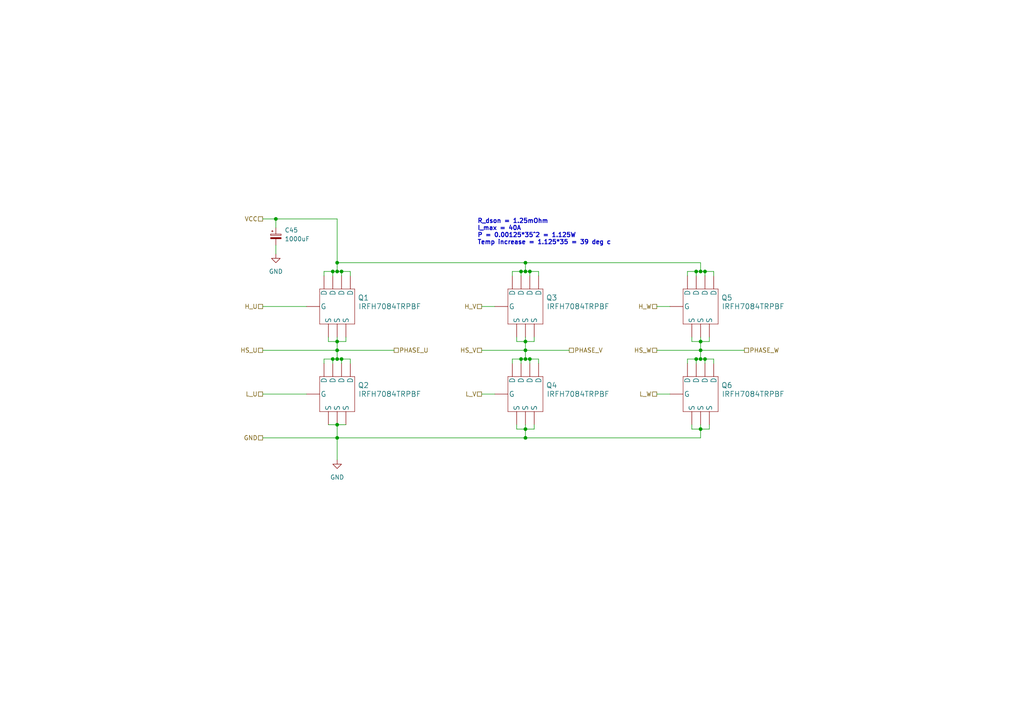
<source format=kicad_sch>
(kicad_sch (version 20211123) (generator eeschema)
  (paper "A4")
  (lib_symbols
    (symbol "Device:C_Polarized_Small" (pin_numbers hide) (pin_names (offset 0.254) hide)
      (property "Reference" "C" (at 0.254 1.778 0))
      (property "Value" "C_Polarized_Small" (at 0.254 -2.032 0))
      (symbol "C_Polarized_Small_0_1"
        (rectangle (start -1.524 -0.3048) (end 1.524 -0.6858) (fill (type outline)))
        (rectangle (start -1.524 0.6858) (end 1.524 0.3048))
        (polyline (pts (xy -1.27 1.524) (xy -0.762 1.524)))
        (polyline (pts (xy -1.016 1.27) (xy -1.016 1.778)))
      )
      (symbol "C_Polarized_Small_1_1"
        (pin passive line (at 0 2.54 270) (length 1.8542) (name "~") (number "1"))
        (pin passive line (at 0 -2.54 90) (length 1.8542) (name "~") (number "2"))
      )
    )
    (symbol "IRFH7084TRPBF_2" (pin_numbers hide) (pin_names (offset 0.254))
      (property "Reference" "Q1" (at 16.51 2.54 0))
      (property "Value" "IRFH7084TRPBF_2" (at 24.13 0 0))
      (symbol "IRFH7084TRPBF_2_1_1"
        (polyline (pts (xy 3.81 -5.08) (xy 13.97 -5.08)) (stroke (width 0.127)))
        (polyline (pts (xy 3.81 5.08) (xy 3.81 -5.08)) (stroke (width 0.127)))
        (polyline (pts (xy 13.97 -5.08) (xy 13.97 5.08)) (stroke (width 0.127)))
        (polyline (pts (xy 13.97 5.08) (xy 3.81 5.08)) (stroke (width 0.127)))
        (pin passive line (at 6.35 -8.89 90) (length 3.81) (name "S") (number "1"))
        (pin passive line (at 8.89 -8.89 90) (length 3.81) (name "S") (number "2"))
        (pin passive line (at 11.43 -8.89 90) (length 3.81) (name "S") (number "3"))
        (pin passive line (at 0 0 0) (length 3.81) (name "G") (number "4"))
        (pin passive line (at 12.7 8.89 270) (length 3.81) (name "D") (number "5"))
        (pin passive line (at 10.16 8.89 270) (length 3.81) (name "D") (number "6"))
        (pin passive line (at 7.62 8.89 270) (length 3.81) (name "D") (number "7"))
        (pin passive line (at 5.08 8.89 270) (length 3.81) (name "D") (number "8"))
      )
    )
    (symbol "power:GND" (power) (pin_names (offset 0))
      (property "Value" "GND" (at 0 -3.81 0))
      (symbol "GND_0_1"
        (polyline (pts (xy 0 0) (xy 0 -1.27) (xy 1.27 -1.27) (xy 0 -2.54) (xy -1.27 -1.27) (xy 0 -1.27)))
      )
      (symbol "GND_1_1"
        (pin power_in line (at 0 0 270) (length 0) hide (name "GND") (number "1"))
      )
    )
  )
  (junction (at 152.4 78.74))
  (junction (at 204.47 104.14))
  (junction (at 96.52 78.74))
  (junction (at 97.79 101.6))
  (junction (at 203.2 99.06))
  (junction (at 97.79 123.19))
  (junction (at 203.2 101.6))
  (junction (at 201.93 104.14))
  (junction (at 99.06 78.74))
  (junction (at 151.13 104.14))
  (junction (at 80.01 63.5))
  (junction (at 97.79 78.74))
  (junction (at 152.4 104.14))
  (junction (at 153.67 78.74))
  (junction (at 203.2 124.46))
  (junction (at 201.93 78.74))
  (junction (at 97.79 127))
  (junction (at 152.4 101.6))
  (junction (at 203.2 78.74))
  (junction (at 153.67 104.14))
  (junction (at 96.52 104.14))
  (junction (at 97.79 76.2))
  (junction (at 152.4 99.06))
  (junction (at 152.4 127))
  (junction (at 99.06 104.14))
  (junction (at 97.79 104.14))
  (junction (at 203.2 104.14))
  (junction (at 204.47 78.74))
  (junction (at 152.4 76.2))
  (junction (at 97.79 99.06))
  (junction (at 151.13 78.74))
  (junction (at 152.4 124.46))
  (wire (pts (xy 96.52 104.14) (xy 97.79 104.14)))
  (wire (pts (xy 199.39 104.14) (xy 199.39 105.41)))
  (wire (pts (xy 154.94 124.46) (xy 154.94 123.19)))
  (wire (pts (xy 207.01 104.14) (xy 207.01 105.41)))
  (wire (pts (xy 148.59 78.74) (xy 148.59 80.01)))
  (wire (pts (xy 152.4 78.74) (xy 153.67 78.74)))
  (wire (pts (xy 151.13 105.41) (xy 151.13 104.14)))
  (wire (pts (xy 204.47 104.14) (xy 207.01 104.14)))
  (wire (pts (xy 99.06 104.14) (xy 101.6 104.14)))
  (wire (pts (xy 93.98 104.14) (xy 96.52 104.14)))
  (wire (pts (xy 139.7 114.3) (xy 143.51 114.3)))
  (wire (pts (xy 148.59 104.14) (xy 148.59 105.41)))
  (wire (pts (xy 97.79 76.2) (xy 152.4 76.2)))
  (wire (pts (xy 203.2 124.46) (xy 205.74 124.46)))
  (wire (pts (xy 97.79 63.5) (xy 80.01 63.5)))
  (wire (pts (xy 97.79 104.14) (xy 97.79 101.6)))
  (wire (pts (xy 96.52 104.14) (xy 96.52 105.41)))
  (wire (pts (xy 97.79 127) (xy 97.79 133.35)))
  (wire (pts (xy 152.4 76.2) (xy 152.4 78.74)))
  (wire (pts (xy 203.2 99.06) (xy 203.2 101.6)))
  (wire (pts (xy 97.79 97.79) (xy 97.79 99.06)))
  (wire (pts (xy 203.2 101.6) (xy 203.2 104.14)))
  (wire (pts (xy 93.98 78.74) (xy 96.52 78.74)))
  (wire (pts (xy 199.39 78.74) (xy 199.39 80.01)))
  (wire (pts (xy 101.6 80.01) (xy 101.6 78.74)))
  (wire (pts (xy 149.86 99.06) (xy 152.4 99.06)))
  (wire (pts (xy 153.67 80.01) (xy 153.67 78.74)))
  (wire (pts (xy 97.79 99.06) (xy 97.79 101.6)))
  (wire (pts (xy 95.25 97.79) (xy 95.25 99.06)))
  (wire (pts (xy 200.66 99.06) (xy 200.66 97.79)))
  (wire (pts (xy 95.25 99.06) (xy 97.79 99.06)))
  (wire (pts (xy 96.52 80.01) (xy 96.52 78.74)))
  (wire (pts (xy 207.01 80.01) (xy 207.01 78.74)))
  (wire (pts (xy 97.79 104.14) (xy 99.06 104.14)))
  (wire (pts (xy 203.2 97.79) (xy 203.2 99.06)))
  (wire (pts (xy 156.21 104.14) (xy 156.21 105.41)))
  (wire (pts (xy 203.2 123.19) (xy 203.2 124.46)))
  (wire (pts (xy 151.13 78.74) (xy 148.59 78.74)))
  (wire (pts (xy 152.4 127) (xy 203.2 127)))
  (wire (pts (xy 93.98 104.14) (xy 93.98 105.41)))
  (wire (pts (xy 201.93 78.74) (xy 201.93 80.01)))
  (wire (pts (xy 97.79 123.19) (xy 97.79 127)))
  (wire (pts (xy 156.21 78.74) (xy 153.67 78.74)))
  (wire (pts (xy 205.74 97.79) (xy 205.74 99.06)))
  (wire (pts (xy 204.47 78.74) (xy 204.47 80.01)))
  (wire (pts (xy 101.6 78.74) (xy 99.06 78.74)))
  (wire (pts (xy 200.66 124.46) (xy 200.66 123.19)))
  (wire (pts (xy 190.5 114.3) (xy 194.31 114.3)))
  (wire (pts (xy 149.86 123.19) (xy 149.86 124.46)))
  (wire (pts (xy 203.2 124.46) (xy 203.2 127)))
  (wire (pts (xy 80.01 63.5) (xy 80.01 66.04)))
  (wire (pts (xy 205.74 99.06) (xy 203.2 99.06)))
  (wire (pts (xy 151.13 104.14) (xy 148.59 104.14)))
  (wire (pts (xy 153.67 104.14) (xy 156.21 104.14)))
  (wire (pts (xy 203.2 78.74) (xy 203.2 76.2)))
  (wire (pts (xy 97.79 123.19) (xy 100.33 123.19)))
  (wire (pts (xy 201.93 78.74) (xy 203.2 78.74)))
  (wire (pts (xy 152.4 76.2) (xy 203.2 76.2)))
  (wire (pts (xy 204.47 104.14) (xy 204.47 105.41)))
  (wire (pts (xy 190.5 88.9) (xy 194.31 88.9)))
  (wire (pts (xy 76.2 88.9) (xy 88.9 88.9)))
  (wire (pts (xy 152.4 104.14) (xy 151.13 104.14)))
  (wire (pts (xy 96.52 78.74) (xy 97.79 78.74)))
  (wire (pts (xy 205.74 124.46) (xy 205.74 123.19)))
  (wire (pts (xy 149.86 97.79) (xy 149.86 99.06)))
  (wire (pts (xy 97.79 76.2) (xy 97.79 63.5)))
  (wire (pts (xy 152.4 97.79) (xy 152.4 99.06)))
  (wire (pts (xy 151.13 78.74) (xy 152.4 78.74)))
  (wire (pts (xy 152.4 104.14) (xy 153.67 104.14)))
  (wire (pts (xy 97.79 76.2) (xy 97.79 78.74)))
  (wire (pts (xy 152.4 101.6) (xy 152.4 104.14)))
  (wire (pts (xy 203.2 101.6) (xy 215.9 101.6)))
  (wire (pts (xy 99.06 80.01) (xy 99.06 78.74)))
  (wire (pts (xy 139.7 101.6) (xy 152.4 101.6)))
  (wire (pts (xy 200.66 124.46) (xy 203.2 124.46)))
  (wire (pts (xy 190.5 101.6) (xy 203.2 101.6)))
  (wire (pts (xy 101.6 104.14) (xy 101.6 105.41)))
  (wire (pts (xy 201.93 104.14) (xy 199.39 104.14)))
  (wire (pts (xy 97.79 101.6) (xy 114.3 101.6)))
  (wire (pts (xy 156.21 80.01) (xy 156.21 78.74)))
  (wire (pts (xy 80.01 63.5) (xy 76.2 63.5)))
  (wire (pts (xy 204.47 78.74) (xy 203.2 78.74)))
  (wire (pts (xy 152.4 99.06) (xy 154.94 99.06)))
  (wire (pts (xy 97.79 127) (xy 152.4 127)))
  (wire (pts (xy 201.93 104.14) (xy 201.93 105.41)))
  (wire (pts (xy 76.2 127) (xy 97.79 127)))
  (wire (pts (xy 154.94 99.06) (xy 154.94 97.79)))
  (wire (pts (xy 100.33 99.06) (xy 97.79 99.06)))
  (wire (pts (xy 152.4 123.19) (xy 152.4 124.46)))
  (wire (pts (xy 203.2 104.14) (xy 204.47 104.14)))
  (wire (pts (xy 152.4 124.46) (xy 154.94 124.46)))
  (wire (pts (xy 203.2 104.14) (xy 201.93 104.14)))
  (wire (pts (xy 95.25 123.19) (xy 97.79 123.19)))
  (wire (pts (xy 97.79 78.74) (xy 99.06 78.74)))
  (wire (pts (xy 207.01 78.74) (xy 204.47 78.74)))
  (wire (pts (xy 139.7 88.9) (xy 143.51 88.9)))
  (wire (pts (xy 99.06 104.14) (xy 99.06 105.41)))
  (wire (pts (xy 203.2 99.06) (xy 200.66 99.06)))
  (wire (pts (xy 151.13 80.01) (xy 151.13 78.74)))
  (wire (pts (xy 152.4 101.6) (xy 165.1 101.6)))
  (wire (pts (xy 152.4 99.06) (xy 152.4 101.6)))
  (wire (pts (xy 76.2 101.6) (xy 97.79 101.6)))
  (wire (pts (xy 152.4 127) (xy 152.4 124.46)))
  (wire (pts (xy 199.39 78.74) (xy 201.93 78.74)))
  (wire (pts (xy 93.98 80.01) (xy 93.98 78.74)))
  (wire (pts (xy 152.4 124.46) (xy 149.86 124.46)))
  (wire (pts (xy 153.67 105.41) (xy 153.67 104.14)))
  (wire (pts (xy 100.33 97.79) (xy 100.33 99.06)))
  (wire (pts (xy 76.2 114.3) (xy 88.9 114.3)))
  (wire (pts (xy 80.01 71.12) (xy 80.01 73.66)))
  (text "R_dson = 1.25mOhm\nI_max = 40A\nP = 0.00125*35^2 = 1.125W\nTemp increase = 1.125*35 = 39 deg c" (at 138.43 71.12 0) (effects (font (size 1.27 1.27) bold) (justify left bottom)))
  (hierarchical_label "HS_U" (shape passive) (at 76.2 101.6 180))
  (hierarchical_label "PHASE_W" (shape passive) (at 215.9 101.6 0))
  (hierarchical_label "HS_W" (shape passive) (at 190.5 101.6 180))
  (hierarchical_label "VCC" (shape passive) (at 76.2 63.5 180))
  (hierarchical_label "H_U" (shape passive) (at 76.2 88.9 180))
  (hierarchical_label "H_W" (shape passive) (at 190.5 88.9 180))
  (hierarchical_label "L_U" (shape passive) (at 76.2 114.3 180))
  (hierarchical_label "H_V" (shape passive) (at 139.7 88.9 180))
  (hierarchical_label "HS_V" (shape passive) (at 139.7 101.6 180))
  (hierarchical_label "L_V" (shape passive) (at 139.7 114.3 180))
  (hierarchical_label "L_W" (shape passive) (at 190.5 114.3 180))
  (hierarchical_label "PHASE_V" (shape passive) (at 165.1 101.6 0))
  (hierarchical_label "GND" (shape passive) (at 76.2 127 180))
  (hierarchical_label "PHASE_U" (shape passive) (at 114.3 101.6 0))
  (symbol (lib_id "Device:C_Polarized_Small") (at 80.01 68.58 0) (unit 1)
    (property "Reference" "C45" (at 82.55 66.7638 0) (effects (justify left)))
    (property "Value" "1000uF" (at 82.55 69.3038 0) (effects (justify left)))
    (property "Footprint" "Capacitor_THT:CP_Radial_D10.0mm_P5.00mm" (effects hide))
  )
  (symbol (lib_name "IRFH7084TRPBF_2") (lib_id "IRFH7084PbF:IRFH7084TRPBF") (at 143.51 88.9 0) (unit 1)
    (property "Reference" "Q3" (at 160.02 86.36 0) (effects (font (size 1.524 1.524))))
    (property "Value" "IRFH7084TRPBF" (at 167.64 88.9 0) (effects (font (size 1.524 1.524))))
    (property "Footprint" "IRFH7084PbF:IRFH7084TRPBF" (effects hide))
    (property "Datasheet" "https://www.infineon.com/dgdl/Infineon-IRFH7084-DataSheet-v02_01-EN.pdf?fileId=5546d462533600a40153561eac461ed4" (effects hide))
  )
  (symbol (lib_name "IRFH7084TRPBF_2") (lib_id "IRFH7084PbF:IRFH7084TRPBF") (at 88.9 88.9 0) (unit 1)
    (property "Reference" "Q1" (at 105.41 86.36 0) (effects (font (size 1.524 1.524))))
    (property "Value" "IRFH7084TRPBF" (at 113.03 88.9 0) (effects (font (size 1.524 1.524))))
    (property "Footprint" "IRFH7084PbF:IRFH7084TRPBF" (effects hide))
    (property "Datasheet" "https://www.infineon.com/dgdl/Infineon-IRFH7084-DataSheet-v02_01-EN.pdf?fileId=5546d462533600a40153561eac461ed4" (effects hide))
  )
  (symbol (lib_name "IRFH7084TRPBF_2") (lib_id "IRFH7084PbF:IRFH7084TRPBF") (at 88.9 114.3 0) (unit 1)
    (property "Reference" "Q2" (at 105.41 111.76 0) (effects (font (size 1.524 1.524))))
    (property "Value" "IRFH7084TRPBF" (at 113.03 114.3 0) (effects (font (size 1.524 1.524))))
    (property "Footprint" "IRFH7084PbF:IRFH7084TRPBF" (effects hide))
    (property "Datasheet" "https://www.infineon.com/dgdl/Infineon-IRFH7084-DataSheet-v02_01-EN.pdf?fileId=5546d462533600a40153561eac461ed4" (effects hide))
  )
  (symbol (lib_id "power:GND") (at 97.79 133.35 0) (unit 1)
    (property "Reference" "#PWR088" (effects hide))
    (property "Value" "GND" (at 97.79 138.43 0))
  )
  (symbol (lib_name "IRFH7084TRPBF_2") (lib_id "IRFH7084PbF:IRFH7084TRPBF") (at 194.31 114.3 0) (unit 1)
    (property "Reference" "Q6" (at 210.82 111.76 0) (effects (font (size 1.524 1.524))))
    (property "Value" "IRFH7084TRPBF" (at 218.44 114.3 0) (effects (font (size 1.524 1.524))))
    (property "Footprint" "IRFH7084PbF:IRFH7084TRPBF" (effects hide))
    (property "Datasheet" "https://www.infineon.com/dgdl/Infineon-IRFH7084-DataSheet-v02_01-EN.pdf?fileId=5546d462533600a40153561eac461ed4" (effects hide))
  )
  (symbol (lib_name "IRFH7084TRPBF_2") (lib_id "IRFH7084PbF:IRFH7084TRPBF") (at 143.51 114.3 0) (unit 1)
    (property "Reference" "Q4" (at 160.02 111.76 0) (effects (font (size 1.524 1.524))))
    (property "Value" "IRFH7084TRPBF" (at 167.64 114.3 0) (effects (font (size 1.524 1.524))))
    (property "Footprint" "IRFH7084PbF:IRFH7084TRPBF" (effects hide))
    (property "Datasheet" "https://www.infineon.com/dgdl/Infineon-IRFH7084-DataSheet-v02_01-EN.pdf?fileId=5546d462533600a40153561eac461ed4" (effects hide))
  )
  (symbol (lib_name "IRFH7084TRPBF_2") (lib_id "IRFH7084PbF:IRFH7084TRPBF") (at 194.31 88.9 0) (unit 1)
    (property "Reference" "Q5" (at 210.82 86.36 0) (effects (font (size 1.524 1.524))))
    (property "Value" "IRFH7084TRPBF" (at 218.44 88.9 0) (effects (font (size 1.524 1.524))))
    (property "Footprint" "IRFH7084PbF:IRFH7084TRPBF" (effects hide))
    (property "Datasheet" "https://www.infineon.com/dgdl/Infineon-IRFH7084-DataSheet-v02_01-EN.pdf?fileId=5546d462533600a40153561eac461ed4" (effects hide))
  )
  (symbol (lib_id "power:GND") (at 80.01 73.66 0) (unit 1)
    (property "Reference" "#PWR087" (effects hide))
    (property "Value" "GND" (at 80.01 78.74 0))
  )
)
</source>
